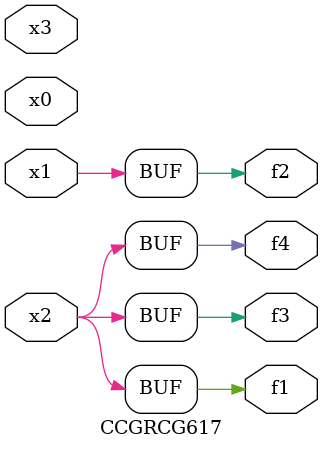
<source format=v>
module CCGRCG617(
	input x0, x1, x2, x3,
	output f1, f2, f3, f4
);
	assign f1 = x2;
	assign f2 = x1;
	assign f3 = x2;
	assign f4 = x2;
endmodule

</source>
